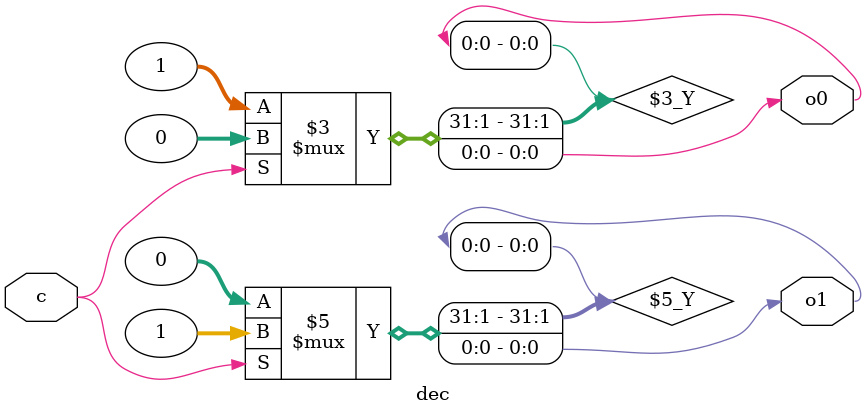
<source format=v>
module dec (input c, output reg o0, o1);
 always @(*)
  begin
   o0 = (c == 0) ? 1 : 0;
   o1 = (c == 1) ? 1 : 0;
  end
endmodule

</source>
